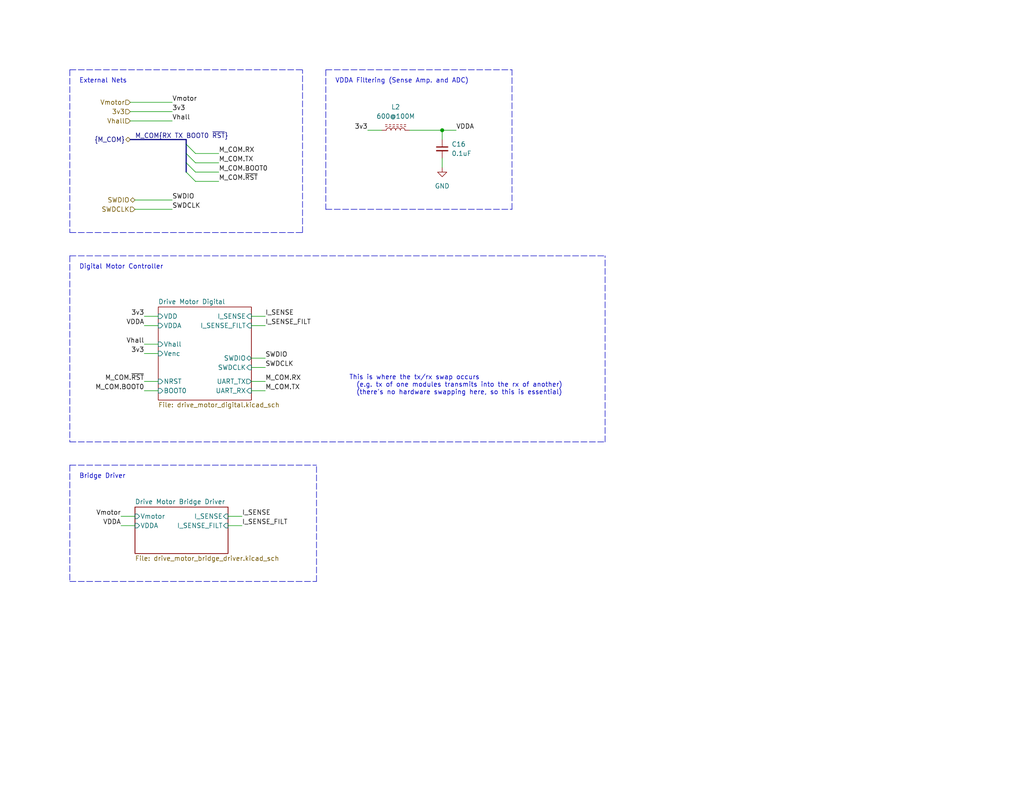
<source format=kicad_sch>
(kicad_sch (version 20211123) (generator eeschema)
  (paper "A")
  (title_block (title "Motorboard") (date "2021-11-14") (rev "1.0.0") (company "The A-Team (RC SSL)") (comment 1 "Designed By: W. Stuckey & R. Osawa") (comment 2 "Reviewed By:"))
  (lib_symbols
    (symbol "Device:C_Small" (pin_numbers hide) (pin_names (offset 0.254) hide)
      (property "Reference" "C" (at 0.254 1.778 0))
      (property "Value" "C_Small" (at 0.254 -2.032 0))
      (symbol "C_Small_0_1"
        (polyline (pts (xy -1.524 -0.508) (xy 1.524 -0.508)) (stroke (width 0.3302)))
        (polyline (pts (xy -1.524 0.508) (xy 1.524 0.508)) (stroke (width 0.3048)))
      )
      (symbol "C_Small_1_1"
        (pin passive line (at 0 2.54 270) (length 2.032) (name "~") (number "1"))
        (pin passive line (at 0 -2.54 90) (length 2.032) (name "~") (number "2"))
      )
    )
    (symbol "Device:L_Ferrite" (pin_numbers hide) (pin_names (offset 1.016) hide)
      (property "Reference" "L" (at -1.27 0 90))
      (property "Value" "L_Ferrite" (at 2.794 0 90))
      (symbol "L_Ferrite_0_1"
        (arc (start 0 -2.54) (mid 0.635 -1.905) (end 0 -1.27))
        (arc (start 0 -1.27) (mid 0.635 -0.635) (end 0 0))
        (polyline (pts (xy 1.016 -2.794) (xy 1.016 -2.286)))
        (polyline (pts (xy 1.016 -1.778) (xy 1.016 -1.27)))
        (polyline (pts (xy 1.016 -0.762) (xy 1.016 -0.254)))
        (polyline (pts (xy 1.016 0.254) (xy 1.016 0.762)))
        (polyline (pts (xy 1.016 1.27) (xy 1.016 1.778)))
        (polyline (pts (xy 1.016 2.286) (xy 1.016 2.794)))
        (polyline (pts (xy 1.524 -2.286) (xy 1.524 -2.794)))
        (polyline (pts (xy 1.524 -1.27) (xy 1.524 -1.778)))
        (polyline (pts (xy 1.524 -0.254) (xy 1.524 -0.762)))
        (polyline (pts (xy 1.524 0.762) (xy 1.524 0.254)))
        (polyline (pts (xy 1.524 1.778) (xy 1.524 1.27)))
        (polyline (pts (xy 1.524 2.794) (xy 1.524 2.286)))
        (arc (start 0 0) (mid 0.635 0.635) (end 0 1.27))
        (arc (start 0 1.27) (mid 0.635 1.905) (end 0 2.54))
      )
      (symbol "L_Ferrite_1_1"
        (pin passive line (at 0 3.81 270) (length 1.27) (name "1") (number "1"))
        (pin passive line (at 0 -3.81 90) (length 1.27) (name "2") (number "2"))
      )
    )
    (symbol "power:GND" (power) (pin_names (offset 0))
      (property "Value" "GND" (at 0 -3.81 0))
      (symbol "GND_0_1"
        (polyline (pts (xy 0 0) (xy 0 -1.27) (xy 1.27 -1.27) (xy 0 -2.54) (xy -1.27 -1.27) (xy 0 -1.27)))
      )
      (symbol "GND_1_1"
        (pin power_in line (at 0 0 270) (length 0) hide (name "GND") (number "1"))
      )
    )
  )
  (bus_alias "SENSE" (members "SENSE.U" "SENSE.V" "SENSE.W"))
  (junction (at 120.65 35.56) (diameter 0.9144))
  (bus_entry (at 50.8 39.37) (size 2.54 2.54))
  (bus_entry (at 50.8 41.91) (size 2.54 2.54))
  (bus_entry (at 50.8 46.99) (size 2.54 2.54))
  (bus_entry (at 50.8 44.45) (size 2.54 2.54))
  (wire (pts (xy 62.23 140.97) (xy 66.04 140.97)))
  (wire (pts (xy 53.34 44.45) (xy 59.69 44.45)))
  (wire (pts (xy 111.76 35.56) (xy 120.65 35.56)))
  (wire (pts (xy 120.65 35.56) (xy 124.46 35.56)))
  (wire (pts (xy 53.34 41.91) (xy 59.69 41.91)))
  (polyline (pts (xy 19.05 69.85) (xy 19.05 120.65)) (stroke (width 0) (type dash)))
  (polyline (pts (xy 19.05 158.75) (xy 86.36 158.75)) (stroke (width 0) (type dash)))
  (polyline (pts (xy 139.7 57.15) (xy 139.7 19.05)) (stroke (width 0) (type dash)))
  (wire (pts (xy 39.37 88.9) (xy 43.18 88.9)))
  (wire (pts (xy 35.56 30.48) (xy 46.99 30.48)))
  (polyline (pts (xy 19.05 120.65) (xy 165.1 120.65)) (stroke (width 0) (type dash)))
  (polyline (pts (xy 19.05 69.85) (xy 165.1 69.85)) (stroke (width 0) (type dash)))
  (wire (pts (xy 120.65 35.56) (xy 120.65 38.1)))
  (wire (pts (xy 39.37 106.68) (xy 43.18 106.68)))
  (wire (pts (xy 62.23 143.51) (xy 66.04 143.51)))
  (polyline (pts (xy 19.05 19.05) (xy 82.55 19.05)) (stroke (width 0) (type dash)))
  (wire (pts (xy 68.58 86.36) (xy 72.39 86.36)))
  (bus (pts (xy 50.8 44.45) (xy 50.8 46.99)))
  (wire (pts (xy 68.58 106.68) (xy 72.39 106.68)))
  (wire (pts (xy 36.83 54.61) (xy 46.99 54.61)))
  (polyline (pts (xy 88.9 19.05) (xy 88.9 57.15)) (stroke (width 0) (type dash)))
  (bus (pts (xy 50.8 39.37) (xy 50.8 41.91)))
  (bus (pts (xy 50.8 38.1) (xy 50.8 39.37)))
  (polyline (pts (xy 86.36 158.75) (xy 86.36 127)) (stroke (width 0) (type dash)))
  (wire (pts (xy 53.34 49.53) (xy 59.69 49.53)))
  (wire (pts (xy 33.02 143.51) (xy 36.83 143.51)))
  (wire (pts (xy 68.58 88.9) (xy 72.39 88.9)))
  (wire (pts (xy 68.58 100.33) (xy 72.39 100.33)))
  (wire (pts (xy 53.34 46.99) (xy 59.69 46.99)))
  (polyline (pts (xy 19.05 63.5) (xy 82.55 63.5)) (stroke (width 0) (type dash)))
  (wire (pts (xy 100.33 35.56) (xy 104.14 35.56)))
  (bus (pts (xy 35.56 38.1) (xy 50.8 38.1)))
  (polyline (pts (xy 165.1 120.65) (xy 165.1 69.85)) (stroke (width 0) (type dash)))
  (wire (pts (xy 33.02 140.97) (xy 36.83 140.97)))
  (polyline (pts (xy 19.05 127) (xy 19.05 158.75)) (stroke (width 0) (type dash)))
  (polyline (pts (xy 88.9 57.15) (xy 139.7 57.15)) (stroke (width 0) (type dash)))
  (polyline (pts (xy 19.05 127) (xy 86.36 127)) (stroke (width 0) (type dash)))
  (bus (pts (xy 50.8 41.91) (xy 50.8 44.45)))
  (wire (pts (xy 39.37 93.98) (xy 43.18 93.98)))
  (wire (pts (xy 68.58 104.14) (xy 72.39 104.14)))
  (wire (pts (xy 35.56 27.94) (xy 46.99 27.94)))
  (wire (pts (xy 35.56 33.02) (xy 46.99 33.02)))
  (wire (pts (xy 39.37 104.14) (xy 43.18 104.14)))
  (wire (pts (xy 39.37 96.52) (xy 43.18 96.52)))
  (polyline (pts (xy 82.55 63.5) (xy 82.55 19.05)) (stroke (width 0) (type dash)))
  (wire (pts (xy 120.65 43.18) (xy 120.65 45.72)))
  (polyline (pts (xy 88.9 19.05) (xy 139.7 19.05)) (stroke (width 0) (type dash)))
  (wire (pts (xy 39.37 86.36) (xy 43.18 86.36)))
  (polyline (pts (xy 19.05 19.05) (xy 19.05 63.5)) (stroke (width 0) (type dash)))
  (wire (pts (xy 36.83 57.15) (xy 46.99 57.15)))
  (wire (pts (xy 68.58 97.79) (xy 72.39 97.79)))
  (text "Bridge Driver" (at 21.59 130.81 0) (effects (font (size 1.27 1.27)) (justify left bottom)))
  (text "Digital Motor Controller" (at 21.59 73.66 0) (effects (font (size 1.27 1.27)) (justify left bottom)))
  (text "External Nets" (at 21.59 22.86 0) (effects (font (size 1.27 1.27)) (justify left bottom)))
  (text "This is where the tx/rx swap occurs\n  (e.g. tx of one modules transmits into the rx of another)\n  (there's no hardware swapping here, so this is essential)" (at 95.25 107.95 0) (effects (font (size 1.27 1.27)) (justify left bottom)))
  (text "VDDA Filtering (Sense Amp. and ADC)" (at 91.44 22.86 0) (effects (font (size 1.27 1.27)) (justify left bottom)))
  (label "Vmotor" (at 33.02 140.97 180))
  (label "VDDA" (at 33.02 143.51 180))
  (label "M_COM.TX" (at 59.69 44.45 0))
  (label "I_SENSE_FILT" (at 66.04 143.51 0))
  (label "M_COM.BOOT0" (at 39.37 106.68 180))
  (label "M_COM.TX" (at 72.39 106.68 0))
  (label "VDDA" (at 124.46 35.56 0))
  (label "M_COM.~{RST}" (at 39.37 104.14 180))
  (label "SWDIO" (at 46.99 54.61 0))
  (label "Vhall" (at 46.99 33.02 0))
  (label "VDDA" (at 39.37 88.9 180))
  (label "SWDIO" (at 72.39 97.79 0))
  (label "M_COM.BOOT0" (at 59.69 46.99 0))
  (label "M_COM.~{RST}" (at 59.69 49.53 0))
  (label "I_SENSE" (at 66.04 140.97 0))
  (label "M_COM.RX" (at 72.39 104.14 0))
  (label "SWDCLK" (at 72.39 100.33 0))
  (label "M_COM.RX" (at 59.69 41.91 0))
  (label "3v3" (at 46.99 30.48 0))
  (label "3v3" (at 100.33 35.56 180))
  (label "3v3" (at 39.37 86.36 180))
  (label "M_COM{RX TX BOOT0 ~{RST}}" (at 36.83 38.1 0))
  (label "3v3" (at 39.37 96.52 180))
  (label "I_SENSE" (at 72.39 86.36 0))
  (label "Vhall" (at 39.37 93.98 180))
  (label "I_SENSE_FILT" (at 72.39 88.9 0))
  (label "SWDCLK" (at 46.99 57.15 0))
  (label "Vmotor" (at 46.99 27.94 0))
  (hierarchical_label "{M_COM}" (shape bidirectional) (at 35.56 38.1 180))
  (hierarchical_label "Vhall" (shape input) (at 35.56 33.02 180))
  (hierarchical_label "SWDIO" (shape bidirectional) (at 36.83 54.61 180))
  (hierarchical_label "SWDCLK" (shape input) (at 36.83 57.15 180))
  (hierarchical_label "3v3" (shape input) (at 35.56 30.48 180))
  (hierarchical_label "Vmotor" (shape input) (at 35.56 27.94 180))
  (symbol (lib_id "Device:C_Small") (at 120.65 40.64 0)
    (property "Reference" "C16" (at 123.19 39.3699 0) (effects (justify left)))
    (property "Value" "0.1uF" (at 123.19 41.9099 0) (effects (justify left)))
    (property "Footprint" "Capacitor_SMD:C_0402_1005Metric_Pad0.74x0.62mm_HandSolder" (effects hide))
  )
  (symbol (lib_id "Device:L_Ferrite") (at 107.95 35.56 90)
    (property "Reference" "L2" (at 107.95 29.21 90))
    (property "Value" "600@100M" (at 107.95 31.75 90))
    (property "Footprint" "Inductor_SMD:L_0603_1608Metric_Pad1.05x0.95mm_HandSolder" (effects hide))
    (property "Datasheet" "https://www.digikey.com/en/products/detail/tdk-corporation/MMZ1608B601CTAH0/600533" (effects hide))
  )
  (symbol (lib_id "power:GND") (at 120.65 45.72 0)
    (property "Reference" "#PWR069" (effects hide))
    (property "Value" "GND" (at 120.65 50.8 0))
  )
  (sheet (at 36.83 138.43) (size 25.4 12.7) (stroke (width 0.1524))
    (property "Sheet name" "Drive Motor Bridge Driver" (at 36.83 137.7184 0) (effects (justify left bottom)))
    (property "Sheet file" "drive_motor_bridge_driver.kicad_sch" (at 36.83 151.7146 0) (effects (justify left top)))
    (pin "Vmotor" input (at 36.83 140.97 180))
    (pin "VDDA" input (at 36.83 143.51 180))
    (pin "I_SENSE" input (at 62.23 140.97 0))
    (pin "I_SENSE_FILT" input (at 62.23 143.51 0))
  )
  (sheet (at 43.18 83.82) (size 25.4 25.4) (stroke (width 0.1524))
    (property "Sheet name" "Drive Motor Digital" (at 43.18 83.1084 0) (effects (justify left bottom)))
    (property "Sheet file" "drive_motor_digital.kicad_sch" (at 43.18 109.8046 0) (effects (justify left top)))
    (pin "Vhall" input (at 43.18 93.98 180))
    (pin "SWDIO" bidirectional (at 68.58 97.79 0))
    (pin "SWDCLK" input (at 68.58 100.33 0))
    (pin "UART_RX" input (at 68.58 106.68 0))
    (pin "UART_TX" output (at 68.58 104.14 0))
    (pin "NRST" input (at 43.18 104.14 180))
    (pin "BOOT0" input (at 43.18 106.68 180))
    (pin "VDD" input (at 43.18 86.36 180))
    (pin "VDDA" input (at 43.18 88.9 180))
    (pin "Venc" input (at 43.18 96.52 180))
    (pin "I_SENSE" input (at 68.58 86.36 0))
    (pin "I_SENSE_FILT" input (at 68.58 88.9 0))
  )
)
</source>
